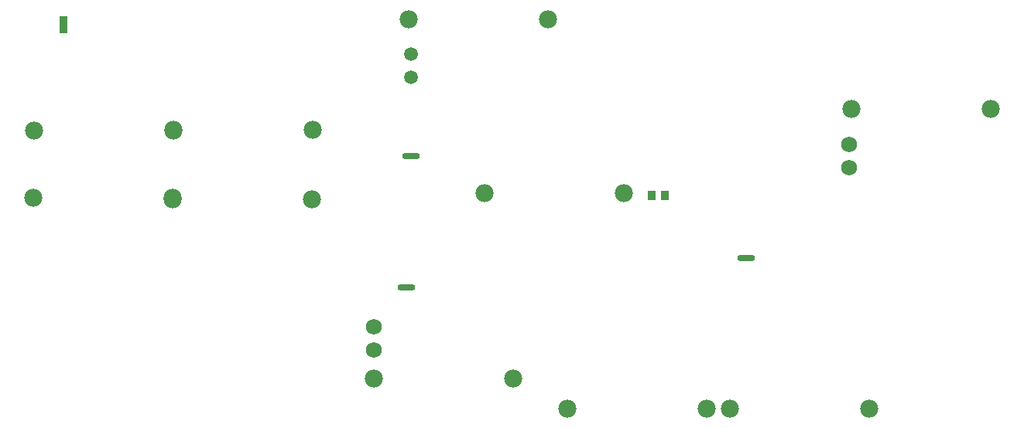
<source format=gbs>
G04 Layer: BottomSolderMaskLayer*
G04 EasyEDA v6.5.50, 2025-05-12 09:01:39*
G04 467dd6194114452b8036c6a5a6649833,7003e7d2a7ba44f9b311faf21ea13ffe,10*
G04 Gerber Generator version 0.2*
G04 Scale: 100 percent, Rotated: No, Reflected: No *
G04 Dimensions in millimeters *
G04 leading zeros omitted , absolute positions ,4 integer and 5 decimal *
%FSLAX45Y45*%
%MOMM*%

%AMMACRO1*4,1,8,-0.4211,-0.5009,-0.4509,-0.4709,-0.4509,0.4712,-0.4211,0.5009,0.4209,0.5009,0.4509,0.4712,0.4509,-0.4709,0.4209,-0.5009,-0.4211,-0.5009,0*%
%AMMACRO2*4,1,8,-0.4211,-0.5009,-0.4508,-0.4709,-0.4508,0.4712,-0.4211,0.5009,0.4209,0.5009,0.4508,0.4712,0.4508,-0.4709,0.4209,-0.5009,-0.4211,-0.5009,0*%
%AMMACRO3*4,1,8,-0.4211,-0.9507,-0.4509,-0.9208,-0.4509,0.921,-0.4211,0.9507,0.4209,0.9507,0.4509,0.921,0.4509,-0.9208,0.4209,-0.9507,-0.4211,-0.9507,0*%
%ADD10MACRO1*%
%ADD11MACRO2*%
%ADD12C,1.5016*%
%ADD13C,1.7526*%
%ADD14C,1.9812*%
%ADD15C,1.9820*%
%ADD16MACRO3*%
%ADD17O,1.9665949999999999X0.7315962*%
%ADD18O,0.0154X0.7315962*%

%LPD*%
D10*
G01*
X8429472Y10464800D03*
D11*
G01*
X8289467Y10464800D03*
D12*
G01*
X5651500Y12014200D03*
G01*
X5651500Y11760200D03*
D13*
G01*
X5245100Y8775700D03*
G01*
X5245100Y9029700D03*
G01*
X10442270Y11023600D03*
G01*
X10442270Y10769600D03*
D14*
G01*
X1526870Y11176000D03*
G01*
X3050870Y11176000D03*
G01*
X3050870Y11188700D03*
D15*
G01*
X4574895Y11188674D03*
D14*
G01*
X1524000Y10439400D03*
G01*
X3048000Y10439400D03*
G01*
X3048000Y10426700D03*
G01*
X4572000Y10426700D03*
G01*
X6454470Y10490200D03*
G01*
X7978470Y10490200D03*
G01*
X7366000Y8128000D03*
G01*
X8890000Y8128000D03*
G01*
X9144000Y8128000D03*
G01*
X10668000Y8128000D03*
G01*
X5245100Y8458200D03*
G01*
X6769100Y8458200D03*
G01*
X5626100Y12395200D03*
G01*
X7150100Y12395200D03*
G01*
X10467670Y11417300D03*
G01*
X11991670Y11417300D03*
D16*
G01*
X1856079Y12337008D03*
D17*
G01*
X5649950Y10896600D03*
G01*
X9323120Y9779000D03*
G01*
X5599150Y9461500D03*
M02*

</source>
